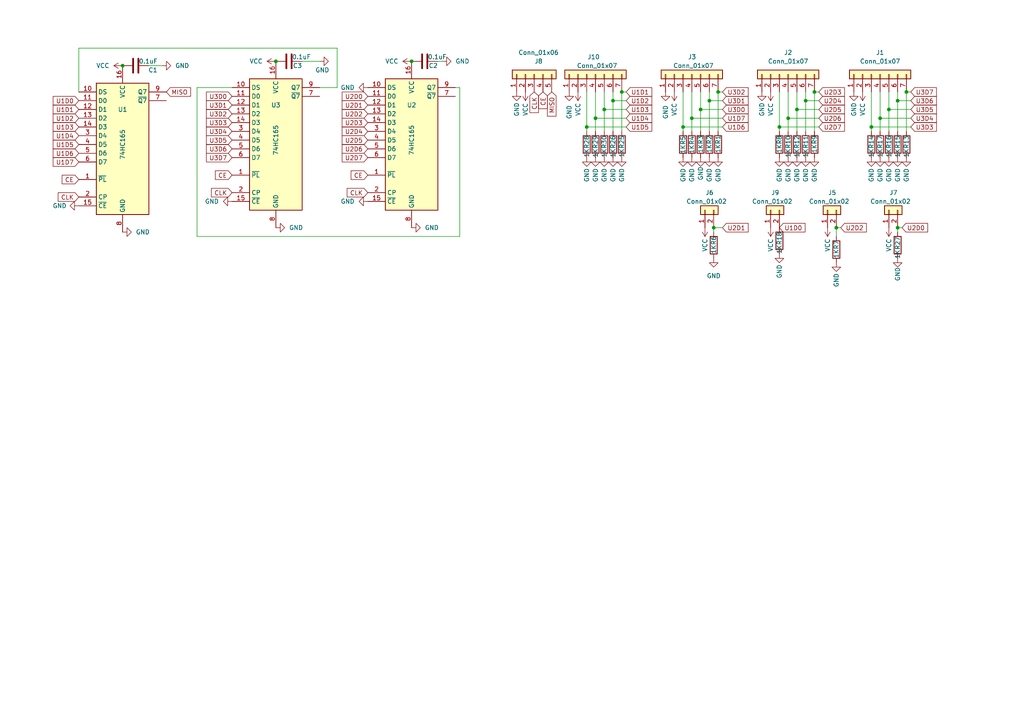
<source format=kicad_sch>
(kicad_sch (version 20230121) (generator eeschema)
  (paper "A4")
  (lib_symbols
    (symbol "74xx:74HC165"
      (property "Reference" "U" (at -7.62 19.05 0))
      (property "Value" "74HC165" (at -7.62 -21.59 0))
      (symbol "74HC165_1_0"
        (pin input line (at -12.7 -10.16 0) (length 5.08) (name "~{PL}") (number "1"))
        (pin input line (at -12.7 15.24 0) (length 5.08) (name "DS") (number "10"))
        (pin input line (at -12.7 12.7 0) (length 5.08) (name "D0") (number "11"))
        (pin input line (at -12.7 10.16 0) (length 5.08) (name "D1") (number "12"))
        (pin input line (at -12.7 7.62 0) (length 5.08) (name "D2") (number "13"))
        (pin input line (at -12.7 5.08 0) (length 5.08) (name "D3") (number "14"))
        (pin input line (at -12.7 -17.78 0) (length 5.08) (name "~{CE}") (number "15"))
        (pin power_in line (at 0 22.86 270) (length 5.08) (name "VCC") (number "16"))
        (pin input line (at -12.7 -15.24 0) (length 5.08) (name "CP") (number "2"))
        (pin input line (at -12.7 2.54 0) (length 5.08) (name "D4") (number "3"))
        (pin input line (at -12.7 0 0) (length 5.08) (name "D5") (number "4"))
        (pin input line (at -12.7 -2.54 0) (length 5.08) (name "D6") (number "5"))
        (pin input line (at -12.7 -5.08 0) (length 5.08) (name "D7") (number "6"))
        (pin output line (at 12.7 12.7 180) (length 5.08) (name "~{Q7}") (number "7"))
        (pin power_in line (at 0 -25.4 90) (length 5.08) (name "GND") (number "8"))
        (pin output line (at 12.7 15.24 180) (length 5.08) (name "Q7") (number "9"))
      )
      (symbol "74HC165_1_1"
        (rectangle (start -7.62 17.78) (end 7.62 -20.32) (stroke (width 0.254)) (fill (type background)))
      )
    )
    (symbol "Connector_Generic:Conn_01x02" (pin_names (offset 1.016) hide)
      (property "Reference" "J" (at 0 2.54 0))
      (property "Value" "Conn_01x02" (at 0 -5.08 0))
      (symbol "Conn_01x02_1_1"
        (rectangle (start -1.27 -2.413) (end 0 -2.667) (stroke (width 0.1524)))
        (rectangle (start -1.27 0.127) (end 0 -0.127) (stroke (width 0.1524)))
        (rectangle (start -1.27 1.27) (end 1.27 -3.81) (stroke (width 0.254)) (fill (type background)))
        (pin passive line (at -5.08 0 0) (length 3.81) (name "Pin_1") (number "1"))
        (pin passive line (at -5.08 -2.54 0) (length 3.81) (name "Pin_2") (number "2"))
      )
    )
    (symbol "Connector_Generic:Conn_01x05" (pin_names (offset 1.016) hide)
      (property "Reference" "J" (at 0 7.62 0))
      (property "Value" "Conn_01x05" (at 0 -7.62 0))
      (symbol "Conn_01x05_1_1"
        (rectangle (start -1.27 -4.953) (end 0 -5.207) (stroke (width 0.1524)))
        (rectangle (start -1.27 -2.413) (end 0 -2.667) (stroke (width 0.1524)))
        (rectangle (start -1.27 0.127) (end 0 -0.127) (stroke (width 0.1524)))
        (rectangle (start -1.27 2.667) (end 0 2.413) (stroke (width 0.1524)))
        (rectangle (start -1.27 5.207) (end 0 4.953) (stroke (width 0.1524)))
        (rectangle (start -1.27 6.35) (end 1.27 -6.35) (stroke (width 0.254)) (fill (type background)))
        (pin passive line (at -5.08 5.08 0) (length 3.81) (name "Pin_1") (number "1"))
        (pin passive line (at -5.08 2.54 0) (length 3.81) (name "Pin_2") (number "2"))
        (pin passive line (at -5.08 0 0) (length 3.81) (name "Pin_3") (number "3"))
        (pin passive line (at -5.08 -2.54 0) (length 3.81) (name "Pin_4") (number "4"))
        (pin passive line (at -5.08 -5.08 0) (length 3.81) (name "Pin_5") (number "5"))
      )
    )
    (symbol "Connector_Generic:Conn_01x07" (pin_names (offset 1.016) hide)
      (property "Reference" "J" (at 0 10.16 0))
      (property "Value" "Conn_01x07" (at 0 -10.16 0))
      (symbol "Conn_01x07_1_1"
        (rectangle (start -1.27 -7.493) (end 0 -7.747) (stroke (width 0.1524)))
        (rectangle (start -1.27 -4.953) (end 0 -5.207) (stroke (width 0.1524)))
        (rectangle (start -1.27 -2.413) (end 0 -2.667) (stroke (width 0.1524)))
        (rectangle (start -1.27 0.127) (end 0 -0.127) (stroke (width 0.1524)))
        (rectangle (start -1.27 2.667) (end 0 2.413) (stroke (width 0.1524)))
        (rectangle (start -1.27 5.207) (end 0 4.953) (stroke (width 0.1524)))
        (rectangle (start -1.27 7.747) (end 0 7.493) (stroke (width 0.1524)))
        (rectangle (start -1.27 8.89) (end 1.27 -8.89) (stroke (width 0.254)) (fill (type background)))
        (pin passive line (at -5.08 7.62 0) (length 3.81) (name "Pin_1") (number "1"))
        (pin passive line (at -5.08 5.08 0) (length 3.81) (name "Pin_2") (number "2"))
        (pin passive line (at -5.08 2.54 0) (length 3.81) (name "Pin_3") (number "3"))
        (pin passive line (at -5.08 0 0) (length 3.81) (name "Pin_4") (number "4"))
        (pin passive line (at -5.08 -2.54 0) (length 3.81) (name "Pin_5") (number "5"))
        (pin passive line (at -5.08 -5.08 0) (length 3.81) (name "Pin_6") (number "6"))
        (pin passive line (at -5.08 -7.62 0) (length 3.81) (name "Pin_7") (number "7"))
      )
    )
    (symbol "Device:C" (pin_numbers hide) (pin_names (offset 0.254))
      (property "Reference" "C" (at 0.635 2.54 0))
      (property "Value" "C" (at 0.635 -2.54 0))
      (symbol "C_0_1"
        (polyline (pts (xy -2.032 -0.762) (xy 2.032 -0.762)) (stroke (width 0.508)))
        (polyline (pts (xy -2.032 0.762) (xy 2.032 0.762)) (stroke (width 0.508)))
      )
      (symbol "C_1_1"
        (pin passive line (at 0 3.81 270) (length 2.794) (name "~") (number "1"))
        (pin passive line (at 0 -3.81 90) (length 2.794) (name "~") (number "2"))
      )
    )
    (symbol "Device:R" (pin_numbers hide) (pin_names (offset 0))
      (property "Reference" "R" (at 2.032 0 90))
      (property "Value" "R" (at 0 0 90))
      (symbol "R_0_1"
        (rectangle (start -1.016 -2.54) (end 1.016 2.54) (stroke (width 0.254)))
      )
      (symbol "R_1_1"
        (pin passive line (at 0 3.81 270) (length 1.27) (name "~") (number "1"))
        (pin passive line (at 0 -3.81 90) (length 1.27) (name "~") (number "2"))
      )
    )
    (symbol "power:GND" (power) (pin_names (offset 0))
      (property "Value" "GND" (at 0 -3.81 0))
      (symbol "GND_0_1"
        (polyline (pts (xy 0 0) (xy 0 -1.27) (xy 1.27 -1.27) (xy 0 -2.54) (xy -1.27 -1.27) (xy 0 -1.27)))
      )
      (symbol "GND_1_1"
        (pin power_in line (at 0 0 270) (length 0) hide (name "GND") (number "1"))
      )
    )
    (symbol "power:VCC" (power) (pin_names (offset 0))
      (property "Value" "VCC" (at 0 3.81 0))
      (symbol "VCC_0_1"
        (polyline (pts (xy -0.762 1.27) (xy 0 2.54)))
        (polyline (pts (xy 0 0) (xy 0 2.54)))
        (polyline (pts (xy 0 2.54) (xy 0.762 1.27)))
      )
      (symbol "VCC_1_1"
        (pin power_in line (at 0 0 90) (length 0) hide (name "VCC") (number "1"))
      )
    )
  )
  (junction (at 257.81 31.75))
  (junction (at 205.74 29.21))
  (junction (at 180.34 26.67))
  (junction (at 262.89 26.67))
  (junction (at 233.68 29.21))
  (junction (at 172.72 34.29))
  (junction (at 198.12 36.83))
  (junction (at 255.27 34.29))
  (junction (at 242.57 66.04))
  (junction (at 175.26 31.75))
  (junction (at 228.6 34.29))
  (junction (at 80.01 17.78))
  (junction (at 208.28 26.67))
  (junction (at 119.38 17.78))
  (junction (at 207.01 66.04))
  (junction (at 260.35 66.04))
  (junction (at 252.73 36.83))
  (junction (at 35.56 19.05))
  (junction (at 236.22 26.67))
  (junction (at 200.66 34.29))
  (junction (at 260.35 29.21))
  (junction (at 177.8 29.21))
  (junction (at 231.14 31.75))
  (junction (at 203.2 31.75))
  (junction (at 226.06 36.83))
  (junction (at 170.18 36.83))
  (wire (pts (xy 209.55 26.67) (xy 208.28 26.67)))
  (wire (pts (xy 226.06 26.67) (xy 226.06 36.83)))
  (wire (pts (xy 181.61 36.83) (xy 170.18 36.83)))
  (wire (pts (xy 170.18 38.1) (xy 170.18 36.83)))
  (wire (pts (xy 92.71 25.4) (xy 97.79 25.4)))
  (wire (pts (xy 226.06 38.1) (xy 226.06 36.83)))
  (wire (pts (xy 209.55 66.04) (xy 207.01 66.04)))
  (wire (pts (xy 57.15 68.58) (xy 133.35 68.58)))
  (wire (pts (xy 261.62 66.04) (xy 260.35 66.04)))
  (wire (pts (xy 262.89 26.67) (xy 264.16 26.67)))
  (wire (pts (xy 133.35 25.4) (xy 133.35 68.58)))
  (wire (pts (xy 255.27 34.29) (xy 264.16 34.29)))
  (wire (pts (xy 255.27 34.29) (xy 255.27 38.1)))
  (wire (pts (xy 133.35 25.4) (xy 132.08 25.4)))
  (wire (pts (xy 175.26 26.67) (xy 175.26 31.75)))
  (wire (pts (xy 233.68 29.21) (xy 237.49 29.21)))
  (wire (pts (xy 243.84 66.04) (xy 242.57 66.04)))
  (wire (pts (xy 209.55 34.29) (xy 200.66 34.29)))
  (wire (pts (xy 177.8 38.1) (xy 177.8 29.21)))
  (wire (pts (xy 198.12 36.83) (xy 198.12 26.67)))
  (wire (pts (xy 46.99 19.05) (xy 43.18 19.05)))
  (wire (pts (xy 260.35 67.31) (xy 260.35 66.04)))
  (wire (pts (xy 257.81 31.75) (xy 257.81 38.1)))
  (wire (pts (xy 233.68 29.21) (xy 233.68 38.1)))
  (wire (pts (xy 236.22 26.67) (xy 236.22 38.1)))
  (wire (pts (xy 200.66 34.29) (xy 200.66 26.67)))
  (wire (pts (xy 257.81 31.75) (xy 264.16 31.75)))
  (wire (pts (xy 172.72 34.29) (xy 172.72 26.67)))
  (wire (pts (xy 181.61 31.75) (xy 175.26 31.75)))
  (wire (pts (xy 231.14 31.75) (xy 237.49 31.75)))
  (wire (pts (xy 255.27 34.29) (xy 255.27 26.67)))
  (wire (pts (xy 209.55 31.75) (xy 203.2 31.75)))
  (wire (pts (xy 22.86 13.97) (xy 97.79 13.97)))
  (wire (pts (xy 87.63 17.78) (xy 92.71 17.78)))
  (wire (pts (xy 226.06 36.83) (xy 237.49 36.83)))
  (wire (pts (xy 170.18 36.83) (xy 170.18 26.67)))
  (wire (pts (xy 57.15 25.4) (xy 67.31 25.4)))
  (wire (pts (xy 233.68 26.67) (xy 233.68 29.21)))
  (wire (pts (xy 180.34 38.1) (xy 180.34 26.67)))
  (wire (pts (xy 260.35 29.21) (xy 264.16 29.21)))
  (wire (pts (xy 22.86 13.97) (xy 22.86 26.67)))
  (wire (pts (xy 228.6 34.29) (xy 228.6 38.1)))
  (wire (pts (xy 262.89 26.67) (xy 262.89 38.1)))
  (wire (pts (xy 252.73 36.83) (xy 252.73 26.67)))
  (wire (pts (xy 172.72 38.1) (xy 172.72 34.29)))
  (wire (pts (xy 175.26 31.75) (xy 175.26 38.1)))
  (wire (pts (xy 236.22 26.67) (xy 237.49 26.67)))
  (wire (pts (xy 205.74 29.21) (xy 205.74 38.1)))
  (wire (pts (xy 200.66 34.29) (xy 200.66 38.1)))
  (wire (pts (xy 260.35 29.21) (xy 260.35 26.67)))
  (wire (pts (xy 177.8 29.21) (xy 177.8 26.67)))
  (wire (pts (xy 228.6 34.29) (xy 237.49 34.29)))
  (wire (pts (xy 57.15 68.58) (xy 57.15 25.4)))
  (wire (pts (xy 181.61 29.21) (xy 177.8 29.21)))
  (wire (pts (xy 252.73 36.83) (xy 252.73 38.1)))
  (wire (pts (xy 198.12 38.1) (xy 198.12 36.83)))
  (wire (pts (xy 205.74 29.21) (xy 205.74 26.67)))
  (wire (pts (xy 257.81 31.75) (xy 257.81 26.67)))
  (wire (pts (xy 127 17.78) (xy 128.27 17.78)))
  (wire (pts (xy 208.28 26.67) (xy 208.28 38.1)))
  (wire (pts (xy 228.6 26.67) (xy 228.6 34.29)))
  (wire (pts (xy 209.55 29.21) (xy 205.74 29.21)))
  (wire (pts (xy 203.2 31.75) (xy 203.2 38.1)))
  (wire (pts (xy 231.14 26.67) (xy 231.14 31.75)))
  (wire (pts (xy 181.61 26.67) (xy 180.34 26.67)))
  (wire (pts (xy 181.61 34.29) (xy 172.72 34.29)))
  (wire (pts (xy 209.55 36.83) (xy 198.12 36.83)))
  (wire (pts (xy 252.73 36.83) (xy 264.16 36.83)))
  (wire (pts (xy 97.79 13.97) (xy 97.79 25.4)))
  (wire (pts (xy 231.14 31.75) (xy 231.14 38.1)))
  (wire (pts (xy 260.35 29.21) (xy 260.35 38.1)))
  (wire (pts (xy 207.01 67.31) (xy 207.01 66.04)))
  (wire (pts (xy 242.57 68.58) (xy 242.57 66.04)))
  (wire (pts (xy 203.2 31.75) (xy 203.2 26.67)))
  (global_label "U2D4" (shape input) (at 237.49 29.21 0) (property "Intersheetrefs" "${INTERSHEET_REFS}" (effects hide)))
  (global_label "U3D4" (shape input) (at 264.16 34.29 0) (property "Intersheetrefs" "${INTERSHEET_REFS}" (effects hide)))
  (global_label "U1D3" (shape input) (at 22.86 36.83 180) (property "Intersheetrefs" "${INTERSHEET_REFS}" (effects hide)))
  (global_label "U1D1" (shape input) (at 181.61 26.67 0) (property "Intersheetrefs" "${INTERSHEET_REFS}" (effects hide)))
  (global_label "U3D7" (shape input) (at 67.31 45.72 180) (property "Intersheetrefs" "${INTERSHEET_REFS}" (effects hide)))
  (global_label "U1D7" (shape input) (at 209.55 34.29 0) (property "Intersheetrefs" "${INTERSHEET_REFS}" (effects hide)))
  (global_label "U2D1" (shape input) (at 106.68 30.48 180) (property "Intersheetrefs" "${INTERSHEET_REFS}" (effects hide)))
  (global_label "U1D6" (shape input) (at 209.55 36.83 0) (property "Intersheetrefs" "${INTERSHEET_REFS}" (effects hide)))
  (global_label "U3D1" (shape input) (at 209.55 29.21 0) (property "Intersheetrefs" "${INTERSHEET_REFS}" (effects hide)))
  (global_label "U2D1" (shape input) (at 209.55 66.04 0) (property "Intersheetrefs" "${INTERSHEET_REFS}" (effects hide)))
  (global_label "U1D2" (shape input) (at 22.86 34.29 180) (property "Intersheetrefs" "${INTERSHEET_REFS}" (effects hide)))
  (global_label "U1D5" (shape input) (at 181.61 36.83 0) (property "Intersheetrefs" "${INTERSHEET_REFS}" (effects hide)))
  (global_label "U1D1" (shape input) (at 22.86 31.75 180) (property "Intersheetrefs" "${INTERSHEET_REFS}" (effects hide)))
  (global_label "U2D5" (shape input) (at 106.68 40.64 180) (property "Intersheetrefs" "${INTERSHEET_REFS}" (effects hide)))
  (global_label "U3D6" (shape input) (at 67.31 43.18 180) (property "Intersheetrefs" "${INTERSHEET_REFS}" (effects hide)))
  (global_label "U1D3" (shape input) (at 181.61 31.75 0) (property "Intersheetrefs" "${INTERSHEET_REFS}" (effects hide)))
  (global_label "U3D0" (shape input) (at 209.55 31.75 0) (property "Intersheetrefs" "${INTERSHEET_REFS}" (effects hide)))
  (global_label "CLK" (shape input) (at 106.68 55.88 180) (property "Intersheetrefs" "${INTERSHEET_REFS}" (effects hide)))
  (global_label "U1D2" (shape input) (at 181.61 29.21 0) (property "Intersheetrefs" "${INTERSHEET_REFS}" (effects hide)))
  (global_label "U1D6" (shape input) (at 22.86 44.45 180) (property "Intersheetrefs" "${INTERSHEET_REFS}" (effects hide)))
  (global_label "U1D4" (shape input) (at 181.61 34.29 0) (property "Intersheetrefs" "${INTERSHEET_REFS}" (effects hide)))
  (global_label "U3D7" (shape input) (at 264.16 26.67 0) (property "Intersheetrefs" "${INTERSHEET_REFS}" (effects hide)))
  (global_label "U1D0" (shape input) (at 22.86 29.21 180) (property "Intersheetrefs" "${INTERSHEET_REFS}" (effects hide)))
  (global_label "U2D2" (shape input) (at 243.84 66.04 0) (property "Intersheetrefs" "${INTERSHEET_REFS}" (effects hide)))
  (global_label "CE" (shape input) (at 106.68 50.8 180) (property "Intersheetrefs" "${INTERSHEET_REFS}" (effects hide)))
  (global_label "U1D5" (shape input) (at 22.86 41.91 180) (property "Intersheetrefs" "${INTERSHEET_REFS}" (effects hide)))
  (global_label "U1D4" (shape input) (at 22.86 39.37 180) (property "Intersheetrefs" "${INTERSHEET_REFS}" (effects hide)))
  (global_label "U3D4" (shape input) (at 67.31 38.1 180) (property "Intersheetrefs" "${INTERSHEET_REFS}" (effects hide)))
  (global_label "MISO" (shape input) (at 48.26 26.67 0) (property "Intersheetrefs" "${INTERSHEET_REFS}" (effects hide)))
  (global_label "U3D3" (shape input) (at 264.16 36.83 0) (property "Intersheetrefs" "${INTERSHEET_REFS}" (effects hide)))
  (global_label "U3D6" (shape input) (at 264.16 29.21 0) (property "Intersheetrefs" "${INTERSHEET_REFS}" (effects hide)))
  (global_label "U3D5" (shape input) (at 67.31 40.64 180) (property "Intersheetrefs" "${INTERSHEET_REFS}" (effects hide)))
  (global_label "CLK" (shape input) (at 67.31 55.88 180) (property "Intersheetrefs" "${INTERSHEET_REFS}" (effects hide)))
  (global_label "U2D6" (shape input) (at 106.68 43.18 180) (property "Intersheetrefs" "${INTERSHEET_REFS}" (effects hide)))
  (global_label "U2D3" (shape input) (at 106.68 35.56 180) (property "Intersheetrefs" "${INTERSHEET_REFS}" (effects hide)))
  (global_label "U2D4" (shape input) (at 106.68 38.1 180) (property "Intersheetrefs" "${INTERSHEET_REFS}" (effects hide)))
  (global_label "U1D0" (shape input) (at 226.06 66.04 0) (property "Intersheetrefs" "${INTERSHEET_REFS}" (effects hide)))
  (global_label "U3D2" (shape input) (at 209.55 26.67 0) (property "Intersheetrefs" "${INTERSHEET_REFS}" (effects hide)))
  (global_label "U3D1" (shape input) (at 67.31 30.48 180) (property "Intersheetrefs" "${INTERSHEET_REFS}" (effects hide)))
  (global_label "U3D3" (shape input) (at 67.31 35.56 180) (property "Intersheetrefs" "${INTERSHEET_REFS}" (effects hide)))
  (global_label "U3D0" (shape input) (at 67.31 27.94 180) (property "Intersheetrefs" "${INTERSHEET_REFS}" (effects hide)))
  (global_label "U3D2" (shape input) (at 67.31 33.02 180) (property "Intersheetrefs" "${INTERSHEET_REFS}" (effects hide)))
  (global_label "U1D7" (shape input) (at 22.86 46.99 180) (property "Intersheetrefs" "${INTERSHEET_REFS}" (effects hide)))
  (global_label "U2D2" (shape input) (at 106.68 33.02 180) (property "Intersheetrefs" "${INTERSHEET_REFS}" (effects hide)))
  (global_label "CLK" (shape input) (at 154.94 26.67 270) (property "Intersheetrefs" "${INTERSHEET_REFS}" (effects hide)))
  (global_label "MISO" (shape input) (at 160.02 26.67 270) (property "Intersheetrefs" "${INTERSHEET_REFS}" (effects hide)))
  (global_label "U2D6" (shape input) (at 237.49 34.29 0) (property "Intersheetrefs" "${INTERSHEET_REFS}" (effects hide)))
  (global_label "CE" (shape input) (at 22.86 52.07 180) (property "Intersheetrefs" "${INTERSHEET_REFS}" (effects hide)))
  (global_label "CE" (shape input) (at 157.48 26.67 270) (property "Intersheetrefs" "${INTERSHEET_REFS}" (effects hide)))
  (global_label "U2D3" (shape input) (at 237.49 26.67 0) (property "Intersheetrefs" "${INTERSHEET_REFS}" (effects hide)))
  (global_label "U2D7" (shape input) (at 106.68 45.72 180) (property "Intersheetrefs" "${INTERSHEET_REFS}" (effects hide)))
  (global_label "U2D7" (shape input) (at 237.49 36.83 0) (property "Intersheetrefs" "${INTERSHEET_REFS}" (effects hide)))
  (global_label "U2D5" (shape input) (at 237.49 31.75 0) (property "Intersheetrefs" "${INTERSHEET_REFS}" (effects hide)))
  (global_label "CLK" (shape input) (at 22.86 57.15 180) (property "Intersheetrefs" "${INTERSHEET_REFS}" (effects hide)))
  (global_label "U3D5" (shape input) (at 264.16 31.75 0) (property "Intersheetrefs" "${INTERSHEET_REFS}" (effects hide)))
  (global_label "CE" (shape input) (at 67.31 50.8 180) (property "Intersheetrefs" "${INTERSHEET_REFS}" (effects hide)))
  (global_label "U2D0" (shape input) (at 261.62 66.04 0) (property "Intersheetrefs" "${INTERSHEET_REFS}" (effects hide)))
  (global_label "U2D0" (shape input) (at 106.68 27.94 180) (property "Intersheetrefs" "${INTERSHEET_REFS}" (effects hide)))
  (symbol (lib_id "Connector_Generic:Conn_01x07") (at 255.27 21.59 90) (unit 1)
    (property "Reference" "J1" (at 255.27 15.24 90))
    (property "Value" "Conn_01x07" (at 255.27 17.78 90))
    (property "Footprint" "Connector_JST:JST_XH_B7B-XH-A_1x07_P2.50mm_Vertical" (effects hide))
  )
  (symbol (lib_id "power:VCC") (at 119.38 17.78 90) (unit 1)
    (property "Reference" "#PWR07" (effects hide))
    (property "Value" "VCC" (at 115.57 17.78 90) (effects (justify left)))
  )
  (symbol (lib_id "Device:C") (at 39.37 19.05 90) (unit 1)
    (property "Reference" "C1" (at 45.72 20.32 90) (effects (justify left)))
    (property "Value" "0.1uF" (at 45.72 17.78 90) (effects (justify left)))
    (property "Footprint" "Capacitor_SMD:C_0805_2012Metric_Pad1.18x1.45mm_HandSolder" (effects hide))
  )
  (symbol (lib_id "Device:R") (at 203.2 41.91 0) (unit 1)
    (property "Reference" "R3" (at 203.2 41.91 90) (effects (justify left)))
    (property "Value" "1K" (at 203.2 44.45 90) (effects (justify left)))
    (property "Footprint" "Resistor_SMD:R_0805_2012Metric_Pad1.20x1.40mm_HandSolder" (effects hide))
  )
  (symbol (lib_id "power:GND") (at 67.31 58.42 270) (unit 1)
    (property "Reference" "#PWR0103" (effects hide))
    (property "Value" "GND" (at 63.5 58.4199 90) (effects (justify right)))
  )
  (symbol (lib_id "Device:R") (at 172.72 41.91 0) (unit 1)
    (property "Reference" "R29" (at 172.72 43.18 90) (effects (justify left)))
    (property "Value" "1K" (at 172.72 45.72 90) (effects (justify left)))
    (property "Footprint" "Resistor_SMD:R_0805_2012Metric_Pad1.20x1.40mm_HandSolder" (effects hide))
  )
  (symbol (lib_id "Device:R") (at 198.12 41.91 180) (unit 1)
    (property "Reference" "R5" (at 198.12 39.37 90) (effects (justify left)))
    (property "Value" "1K" (at 198.12 41.91 90) (effects (justify left)))
    (property "Footprint" "Resistor_SMD:R_0805_2012Metric_Pad1.20x1.40mm_HandSolder" (effects hide))
  )
  (symbol (lib_id "Device:R") (at 252.73 41.91 0) (unit 1)
    (property "Reference" "R14" (at 252.73 43.18 90) (effects (justify left)))
    (property "Value" "1K" (at 252.73 45.72 90) (effects (justify left)))
    (property "Footprint" "Resistor_SMD:R_0805_2012Metric_Pad1.20x1.40mm_HandSolder" (effects hide))
  )
  (symbol (lib_id "power:GND") (at 226.06 73.66 0) (unit 1)
    (property "Reference" "#PWR0138" (effects hide))
    (property "Value" "GND" (at 226.06 78.74 90))
  )
  (symbol (lib_id "Device:R") (at 233.68 41.91 0) (unit 1)
    (property "Reference" "R11" (at 233.68 43.18 90) (effects (justify left)))
    (property "Value" "1K" (at 233.68 45.72 90) (effects (justify left)))
    (property "Footprint" "Resistor_SMD:R_0805_2012Metric_Pad1.20x1.40mm_HandSolder" (effects hide))
  )
  (symbol (lib_id "power:GND") (at 226.06 45.72 0) (unit 1)
    (property "Reference" "#PWR0125" (effects hide))
    (property "Value" "GND" (at 226.06 50.8 90))
  )
  (symbol (lib_id "power:GND") (at 200.66 45.72 0) (unit 1)
    (property "Reference" "#PWR0121" (effects hide))
    (property "Value" "GND" (at 200.66 50.8 90))
  )
  (symbol (lib_id "Device:R") (at 207.01 71.12 0) (unit 1)
    (property "Reference" "R6" (at 207.01 71.12 90) (effects (justify left)))
    (property "Value" "1K" (at 207.01 73.66 90) (effects (justify left)))
    (property "Footprint" "Resistor_SMD:R_0805_2012Metric_Pad1.20x1.40mm_HandSolder" (effects hide))
  )
  (symbol (lib_id "power:GND") (at 22.86 59.69 270) (unit 1)
    (property "Reference" "#PWR0107" (effects hide))
    (property "Value" "GND" (at 15.24 59.69 90) (effects (justify left)))
  )
  (symbol (lib_id "power:GND") (at 205.74 45.72 0) (unit 1)
    (property "Reference" "#PWR0119" (effects hide))
    (property "Value" "GND" (at 205.74 50.8 90))
  )
  (symbol (lib_id "power:GND") (at 231.14 45.72 0) (unit 1)
    (property "Reference" "#PWR0129" (effects hide))
    (property "Value" "GND" (at 231.14 50.8 90))
  )
  (symbol (lib_id "power:GND") (at 208.28 45.72 0) (unit 1)
    (property "Reference" "#PWR0118" (effects hide))
    (property "Value" "GND" (at 208.28 50.8 90))
  )
  (symbol (lib_id "power:VCC") (at 195.58 26.67 180) (unit 1)
    (property "Reference" "#PWR010" (effects hide))
    (property "Value" "VCC" (at 195.58 31.75 90))
  )
  (symbol (lib_id "Connector_Generic:Conn_01x07") (at 228.6 21.59 90) (unit 1)
    (property "Reference" "J2" (at 228.6 15.24 90))
    (property "Value" "Conn_01x07" (at 228.6 17.78 90))
    (property "Footprint" "Connector_JST:JST_XH_B7B-XH-A_1x07_P2.50mm_Vertical" (effects hide))
  )
  (symbol (lib_id "power:VCC") (at 223.52 66.04 180) (unit 1)
    (property "Reference" "#PWR014" (effects hide))
    (property "Value" "VCC" (at 223.52 71.12 90))
  )
  (symbol (lib_id "Connector_Generic:Conn_01x02") (at 257.81 60.96 90) (unit 1)
    (property "Reference" "J7" (at 260.35 55.88 90) (effects (justify left)))
    (property "Value" "Conn_01x02" (at 264.16 58.42 90) (effects (justify left)))
    (property "Footprint" "Connector_JST:JST_XH_B2B-XH-A_1x02_P2.50mm_Vertical" (effects hide))
  )
  (symbol (lib_id "power:GND") (at 260.35 74.93 0) (unit 1)
    (property "Reference" "#PWR0131" (effects hide))
    (property "Value" "GND" (at 260.35 77.47 90) (effects (justify right)))
  )
  (symbol (lib_id "Device:R") (at 255.27 41.91 0) (unit 1)
    (property "Reference" "R17" (at 255.27 43.18 90) (effects (justify left)))
    (property "Value" "1K" (at 255.27 45.72 90) (effects (justify left)))
    (property "Footprint" "Resistor_SMD:R_0805_2012Metric_Pad1.20x1.40mm_HandSolder" (effects hide))
  )
  (symbol (lib_id "power:GND") (at 262.89 45.72 0) (unit 1)
    (property "Reference" "#PWR0130" (effects hide))
    (property "Value" "GND" (at 262.89 50.8 90))
  )
  (symbol (lib_id "Device:R") (at 177.8 41.91 0) (unit 1)
    (property "Reference" "R26" (at 177.8 43.18 90) (effects (justify left)))
    (property "Value" "1K" (at 177.8 45.72 90) (effects (justify left)))
    (property "Footprint" "Resistor_SMD:R_0805_2012Metric_Pad1.20x1.40mm_HandSolder" (effects hide))
  )
  (symbol (lib_id "power:GND") (at 106.68 58.42 270) (unit 1)
    (property "Reference" "#PWR03" (effects hide))
    (property "Value" "GND" (at 102.87 58.42 90) (effects (justify right)))
  )
  (symbol (lib_id "Device:R") (at 226.06 69.85 0) (unit 1)
    (property "Reference" "R18" (at 226.06 71.12 90) (effects (justify left)))
    (property "Value" "1K" (at 226.06 73.66 90) (effects (justify left)))
    (property "Footprint" "Resistor_SMD:R_0805_2012Metric_Pad1.20x1.40mm_HandSolder" (effects hide))
  )
  (symbol (lib_id "Device:C") (at 123.19 17.78 90) (unit 1)
    (property "Reference" "C2" (at 127 19.05 90) (effects (justify left)))
    (property "Value" "0.1uF" (at 129.54 16.51 90) (effects (justify left)))
    (property "Footprint" "Capacitor_SMD:C_0805_2012Metric_Pad1.18x1.45mm_HandSolder" (effects hide))
  )
  (symbol (lib_id "Connector_Generic:Conn_01x02") (at 240.03 60.96 90) (unit 1)
    (property "Reference" "J5" (at 242.57 55.88 90) (effects (justify left)))
    (property "Value" "Conn_01x02" (at 246.38 58.42 90) (effects (justify left)))
    (property "Footprint" "Connector_JST:JST_XH_B2B-XH-A_1x02_P2.50mm_Vertical" (effects hide))
  )
  (symbol (lib_id "74xx:74HC165") (at 80.01 40.64 0) (unit 1)
    (property "Reference" "U3" (at 80.01 30.48 0))
    (property "Value" "74HC165" (at 80.01 40.64 90))
    (property "Footprint" "Package_SO:TSSOP-16_4.4x5mm_P0.65mm" (effects hide))
    (property "Datasheet" "https://assets.nexperia.com/documents/data-sheet/74HC_HCT165.pdf" (effects hide))
  )
  (symbol (lib_id "Device:R") (at 170.18 41.91 0) (unit 1)
    (property "Reference" "R28" (at 170.18 43.18 90) (effects (justify left)))
    (property "Value" "1K" (at 170.18 45.72 90) (effects (justify left)))
    (property "Footprint" "Resistor_SMD:R_0805_2012Metric_Pad1.20x1.40mm_HandSolder" (effects hide))
  )
  (symbol (lib_id "power:GND") (at 242.57 76.2 0) (unit 1)
    (property "Reference" "#PWR0123" (effects hide))
    (property "Value" "GND" (at 242.57 81.28 90))
  )
  (symbol (lib_id "power:VCC") (at 80.01 17.78 90) (unit 1)
    (property "Reference" "#PWR06" (effects hide))
    (property "Value" "VCC" (at 76.2 17.78 90) (effects (justify left)))
  )
  (symbol (lib_id "power:VCC") (at 204.47 66.04 180) (unit 1)
    (property "Reference" "#PWR013" (effects hide))
    (property "Value" "VCC" (at 204.47 71.12 90))
  )
  (symbol (lib_id "74xx:74HC165") (at 119.38 40.64 0) (unit 1)
    (property "Reference" "U2" (at 119.38 30.48 0))
    (property "Value" "74HC165" (at 119.38 40.64 90))
    (property "Footprint" "Package_SO:TSSOP-16_4.4x5mm_P0.65mm" (effects hide))
    (property "Datasheet" "https://assets.nexperia.com/documents/data-sheet/74HC_HCT165.pdf" (effects hide))
  )
  (symbol (lib_id "power:GND") (at 193.04 26.67 0) (unit 1)
    (property "Reference" "#PWR0114" (effects hide))
    (property "Value" "GND" (at 193.0399 30.48 90) (effects (justify right)))
  )
  (symbol (lib_id "Device:R") (at 262.89 41.91 0) (unit 1)
    (property "Reference" "R13" (at 262.89 43.18 90) (effects (justify left)))
    (property "Value" "1K" (at 262.89 45.72 90) (effects (justify left)))
    (property "Footprint" "Resistor_SMD:R_0805_2012Metric_Pad1.20x1.40mm_HandSolder" (effects hide))
  )
  (symbol (lib_id "power:VCC") (at 35.56 19.05 90) (unit 1)
    (property "Reference" "#PWR05" (effects hide))
    (property "Value" "VCC" (at 31.75 19.05 90) (effects (justify left)))
  )
  (symbol (lib_id "power:GND") (at 35.56 67.31 90) (unit 1)
    (property "Reference" "#PWR02" (effects hide))
    (property "Value" "GND" (at 39.37 67.31 90) (effects (justify right)))
  )
  (symbol (lib_id "Device:R") (at 228.6 41.91 0) (unit 1)
    (property "Reference" "R10" (at 228.6 43.18 90) (effects (justify left)))
    (property "Value" "1K" (at 228.6 45.72 90) (effects (justify left)))
    (property "Footprint" "Resistor_SMD:R_0805_2012Metric_Pad1.20x1.40mm_HandSolder" (effects hide))
  )
  (symbol (lib_id "Device:R") (at 205.74 41.91 0) (unit 1)
    (property "Reference" "R2" (at 205.74 41.91 90) (effects (justify left)))
    (property "Value" "1K" (at 205.74 44.45 90) (effects (justify left)))
    (property "Footprint" "Resistor_SMD:R_0805_2012Metric_Pad1.20x1.40mm_HandSolder" (effects hide))
  )
  (symbol (lib_id "power:VCC") (at 152.4 26.67 180) (unit 1)
    (property "Reference" "#PWR08" (effects hide))
    (property "Value" "VCC" (at 152.4 31.75 90))
  )
  (symbol (lib_id "power:GND") (at 203.2 45.72 0) (unit 1)
    (property "Reference" "#PWR0122" (effects hide))
    (property "Value" "GND" (at 203.2 48.26 90) (effects (justify right)))
  )
  (symbol (lib_id "Connector_Generic:Conn_01x07") (at 172.72 21.59 90) (unit 1)
    (property "Reference" "J10" (at 173.99 16.51 90) (effects (justify left)))
    (property "Value" "Conn_01x07" (at 179.07 19.05 90) (effects (justify left)))
    (property "Footprint" "Connector_JST:JST_XH_B7B-XH-A_1x07_P2.50mm_Vertical" (effects hide))
  )
  (symbol (lib_id "power:GND") (at 177.8 45.72 0) (unit 1)
    (property "Reference" "#PWR0152" (effects hide))
    (property "Value" "GND" (at 177.8 50.8 90))
  )
  (symbol (lib_id "power:VCC") (at 250.19 26.67 180) (unit 1)
    (property "Reference" "#PWR012" (effects hide))
    (property "Value" "VCC" (at 250.19 31.75 90))
  )
  (symbol (lib_id "power:VCC") (at 167.64 26.67 180) (unit 1)
    (property "Reference" "#PWR09" (effects hide))
    (property "Value" "VCC" (at 167.64 31.75 90))
  )
  (symbol (lib_id "Device:R") (at 231.14 41.91 0) (unit 1)
    (property "Reference" "R12" (at 231.14 43.18 90) (effects (justify left)))
    (property "Value" "1K" (at 231.14 45.72 90) (effects (justify left)))
    (property "Footprint" "Resistor_SMD:R_0805_2012Metric_Pad1.20x1.40mm_HandSolder" (effects hide))
  )
  (symbol (lib_id "Device:R") (at 180.34 41.91 0) (unit 1)
    (property "Reference" "R25" (at 180.34 43.18 90) (effects (justify left)))
    (property "Value" "1K" (at 180.34 45.72 90) (effects (justify left)))
    (property "Footprint" "Resistor_SMD:R_0805_2012Metric_Pad1.20x1.40mm_HandSolder" (effects hide))
  )
  (symbol (lib_id "Device:R") (at 226.06 41.91 0) (unit 1)
    (property "Reference" "R8" (at 226.06 41.91 90) (effects (justify left)))
    (property "Value" "1K" (at 226.06 44.45 90) (effects (justify left)))
    (property "Footprint" "Resistor_SMD:R_0805_2012Metric_Pad1.20x1.40mm_HandSolder" (effects hide))
  )
  (symbol (lib_id "74xx:74HC165") (at 35.56 41.91 0) (unit 1)
    (property "Reference" "U1" (at 35.56 31.75 0))
    (property "Value" "74HC165" (at 35.56 41.91 90))
    (property "Footprint" "Package_SO:TSSOP-16_4.4x5mm_P0.65mm" (effects hide))
    (property "Datasheet" "https://assets.nexperia.com/documents/data-sheet/74HC_HCT165.pdf" (effects hide))
  )
  (symbol (lib_id "power:GND") (at 236.22 45.72 0) (unit 1)
    (property "Reference" "#PWR0128" (effects hide))
    (property "Value" "GND" (at 236.22 50.8 90))
  )
  (symbol (lib_id "power:VCC") (at 257.81 66.04 180) (unit 1)
    (property "Reference" "#PWR016" (effects hide))
    (property "Value" "VCC" (at 257.81 71.12 90))
  )
  (symbol (lib_id "Device:R") (at 260.35 41.91 0) (unit 1)
    (property "Reference" "R15" (at 260.35 43.18 90) (effects (justify left)))
    (property "Value" "1K" (at 260.35 45.72 90) (effects (justify left)))
    (property "Footprint" "Resistor_SMD:R_0805_2012Metric_Pad1.20x1.40mm_HandSolder" (effects hide))
  )
  (symbol (lib_id "power:VCC") (at 223.52 26.67 180) (unit 1)
    (property "Reference" "#PWR011" (effects hide))
    (property "Value" "VCC" (at 223.52 31.75 90))
  )
  (symbol (lib_id "Device:C") (at 83.82 17.78 90) (unit 1)
    (property "Reference" "C3" (at 87.63 19.05 90) (effects (justify left)))
    (property "Value" "0.1uF" (at 90.17 16.51 90) (effects (justify left)))
    (property "Footprint" "Capacitor_SMD:C_0805_2012Metric_Pad1.18x1.45mm_HandSolder" (effects hide))
  )
  (symbol (lib_id "power:GND") (at 149.86 26.67 0) (unit 1)
    (property "Reference" "#PWR0106" (effects hide))
    (property "Value" "GND" (at 149.86 31.75 90))
  )
  (symbol (lib_id "Connector_Generic:Conn_01x07") (at 200.66 21.59 90) (unit 1)
    (property "Reference" "J3" (at 201.93 16.51 90) (effects (justify left)))
    (property "Value" "Conn_01x07" (at 207.01 19.05 90) (effects (justify left)))
    (property "Footprint" "Connector_JST:JST_XH_B7B-XH-A_1x07_P2.50mm_Vertical" (effects hide))
  )
  (symbol (lib_id "Device:R") (at 208.28 41.91 0) (unit 1)
    (property "Reference" "R1" (at 208.28 41.91 90) (effects (justify left)))
    (property "Value" "1K" (at 208.28 44.45 90) (effects (justify left)))
    (property "Footprint" "Resistor_SMD:R_0805_2012Metric_Pad1.20x1.40mm_HandSolder" (effects hide))
  )
  (symbol (lib_id "power:GND") (at 165.1 26.67 0) (unit 1)
    (property "Reference" "#PWR0154" (effects hide))
    (property "Value" "GND" (at 165.0999 30.48 90) (effects (justify right)))
  )
  (symbol (lib_id "power:GND") (at 228.6 45.72 0) (unit 1)
    (property "Reference" "#PWR0127" (effects hide))
    (property "Value" "GND" (at 228.6 50.8 90))
  )
  (symbol (lib_id "power:GND") (at 128.27 17.78 90) (unit 1)
    (property "Reference" "#PWR0104" (effects hide))
    (property "Value" "GND" (at 132.08 17.78 90) (effects (justify right)))
  )
  (symbol (lib_id "Device:R") (at 257.81 41.91 0) (unit 1)
    (property "Reference" "R16" (at 257.81 43.18 90) (effects (justify left)))
    (property "Value" "1K" (at 257.81 45.72 90) (effects (justify left)))
    (property "Footprint" "Resistor_SMD:R_0805_2012Metric_Pad1.20x1.40mm_HandSolder" (effects hide))
  )
  (symbol (lib_id "power:GND") (at 257.81 45.72 0) (unit 1)
    (property "Reference" "#PWR0133" (effects hide))
    (property "Value" "GND" (at 257.81 50.8 90))
  )
  (symbol (lib_id "power:GND") (at 255.27 45.72 0) (unit 1)
    (property "Reference" "#PWR0134" (effects hide))
    (property "Value" "GND" (at 255.27 50.8 90))
  )
  (symbol (lib_id "power:GND") (at 92.71 17.78 90) (unit 1)
    (property "Reference" "#PWR0141" (effects hide))
    (property "Value" "GND" (at 91.44 20.32 90) (effects (justify right)))
  )
  (symbol (lib_id "Device:R") (at 175.26 41.91 0) (unit 1)
    (property "Reference" "R30" (at 175.26 43.18 90) (effects (justify left)))
    (property "Value" "1K" (at 175.26 45.72 90) (effects (justify left)))
    (property "Footprint" "Resistor_SMD:R_0805_2012Metric_Pad1.20x1.40mm_HandSolder" (effects hide))
  )
  (symbol (lib_id "Device:R") (at 260.35 71.12 0) (unit 1)
    (property "Reference" "R27" (at 260.35 68.58 90) (effects (justify right)))
    (property "Value" "1K" (at 260.35 72.39 90) (effects (justify right)))
    (property "Footprint" "Resistor_SMD:R_0805_2012Metric_Pad1.20x1.40mm_HandSolder" (effects hide))
  )
  (symbol (lib_id "power:GND") (at 172.72 45.72 0) (unit 1)
    (property "Reference" "#PWR0149" (effects hide))
    (property "Value" "GND" (at 172.72 50.8 90))
  )
  (symbol (lib_id "Connector_Generic:Conn_01x02") (at 204.47 60.96 90) (unit 1)
    (property "Reference" "J6" (at 207.01 55.88 90) (effects (justify left)))
    (property "Value" "Conn_01x02" (at 210.82 58.42 90) (effects (justify left)))
    (property "Footprint" "Connector_JST:JST_XH_B2B-XH-A_1x02_P2.50mm_Vertical" (effects hide))
  )
  (symbol (lib_id "power:GND") (at 46.99 19.05 90) (unit 1)
    (property "Reference" "#PWR0139" (effects hide))
    (property "Value" "GND" (at 50.8 19.05 90) (effects (justify right)))
  )
  (symbol (lib_id "power:GND") (at 170.18 45.72 0) (unit 1)
    (property "Reference" "#PWR0148" (effects hide))
    (property "Value" "GND" (at 170.18 50.8 90))
  )
  (symbol (lib_id "power:GND") (at 198.12 45.72 0) (unit 1)
    (property "Reference" "#PWR0120" (effects hide))
    (property "Value" "GND" (at 198.12 50.8 90))
  )
  (symbol (lib_id "power:GND") (at 252.73 45.72 0) (unit 1)
    (property "Reference" "#PWR0132" (effects hide))
    (property "Value" "GND" (at 252.73 50.8 90))
  )
  (symbol (lib_id "power:GND") (at 233.68 45.72 0) (unit 1)
    (property "Reference" "#PWR0126" (effects hide))
    (property "Value" "GND" (at 233.68 50.8 90))
  )
  (symbol (lib_id "Device:R") (at 242.57 72.39 0) (unit 1)
    (property "Reference" "R7" (at 242.57 72.39 90) (effects (justify left)))
    (property "Value" "1K" (at 242.57 74.93 90) (effects (justify left)))
    (property "Footprint" "Resistor_SMD:R_0805_2012Metric_Pad1.20x1.40mm_HandSolder" (effects hide))
  )
  (symbol (lib_id "Connector_Generic:Conn_01x05") (at 154.94 21.59 90) (unit 1)
    (property "Reference" "J8" (at 156.21 17.78 90))
    (property "Value" "Conn_01x06" (at 156.21 15.24 90))
    (property "Footprint" "Connector_JST:JST_XH_B5B-XH-A_1x05_P2.50mm_Vertical" (effects hide))
  )
  (symbol (lib_id "power:GND") (at 247.65 26.67 0) (unit 1)
    (property "Reference" "#PWR0112" (effects hide))
    (property "Value" "GND" (at 247.65 31.75 90))
  )
  (symbol (lib_id "power:GND") (at 207.01 74.93 0) (unit 1)
    (property "Reference" "#PWR0124" (effects hide))
    (property "Value" "GND" (at 207.01 80.01 0))
  )
  (symbol (lib_id "Device:R") (at 200.66 41.91 180) (unit 1)
    (property "Reference" "R4" (at 200.66 39.37 90) (effects (justify left)))
    (property "Value" "1K" (at 200.66 41.91 90) (effects (justify left)))
    (property "Footprint" "Resistor_SMD:R_0805_2012Metric_Pad1.20x1.40mm_HandSolder" (effects hide))
  )
  (symbol (lib_id "power:GND") (at 220.98 26.67 0) (unit 1)
    (property "Reference" "#PWR0115" (effects hide))
    (property "Value" "GND" (at 220.98 31.75 90))
  )
  (symbol (lib_id "power:VCC") (at 240.03 66.04 180) (unit 1)
    (property "Reference" "#PWR015" (effects hide))
    (property "Value" "VCC" (at 240.03 71.12 90))
  )
  (symbol (lib_id "power:GND") (at 260.35 45.72 0) (unit 1)
    (property "Reference" "#PWR0135" (effects hide))
    (property "Value" "GND" (at 260.35 50.8 90))
  )
  (symbol (lib_id "power:GND") (at 180.34 45.72 0) (unit 1)
    (property "Reference" "#PWR0151" (effects hide))
    (property "Value" "GND" (at 180.34 50.8 90))
  )
  (symbol (lib_id "power:GND") (at 80.01 66.04 90) (unit 1)
    (property "Reference" "#PWR04" (effects hide))
    (property "Value" "GND" (at 83.82 66.04 90) (effects (justify right)))
  )
  (symbol (lib_id "power:GND") (at 106.68 25.4 270) (unit 1)
    (property "Reference" "#PWR01" (effects hide))
    (property "Value" "GND" (at 102.87 25.4 90) (effects (justify right)))
  )
  (symbol (lib_id "Connector_Generic:Conn_01x02") (at 223.52 60.96 90) (unit 1)
    (property "Reference" "J9" (at 226.06 55.88 90) (effects (justify left)))
    (property "Value" "Conn_01x02" (at 229.87 58.42 90) (effects (justify left)))
    (property "Footprint" "Connector_JST:JST_XH_B2B-XH-A_1x02_P2.50mm_Vertical" (effects hide))
  )
  (symbol (lib_id "Device:R") (at 236.22 41.91 0) (unit 1)
    (property "Reference" "R9" (at 236.22 41.91 90) (effects (justify left)))
    (property "Value" "1K" (at 236.22 44.45 90) (effects (justify left)))
    (property "Footprint" "Resistor_SMD:R_0805_2012Metric_Pad1.20x1.40mm_HandSolder" (effects hide))
  )
  (symbol (lib_id "power:GND") (at 175.26 45.72 0) (unit 1)
    (property "Reference" "#PWR0150" (effects hide))
    (property "Value" "GND" (at 175.26 50.8 90))
  )
  (symbol (lib_id "power:GND") (at 119.38 66.04 90) (unit 1)
    (property "Reference" "#PWR0102" (effects hide))
    (property "Value" "GND" (at 123.19 66.04 90) (effects (justify right)))
  )
)
</source>
